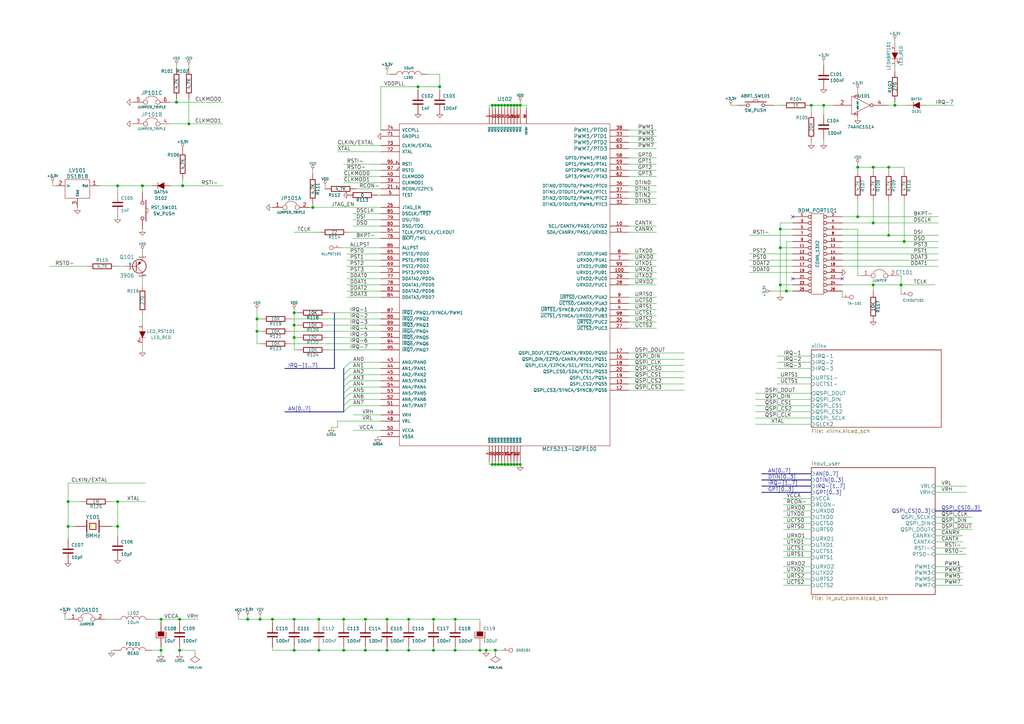
<source format=kicad_sch>
(kicad_sch (version 20210126) (generator eeschema)
  (paper "A3")
  (title_block (title "Dev kit coldfire 5213") (date "Sun 22 Mar 2015") (rev "0"))
  (junction (at 27.94 205.74) (diameter 1.016))
  (junction (at 27.94 215.9) (diameter 1.016))
  (junction (at 48.26 76.2) (diameter 1.016))
  (junction (at 48.26 205.74) (diameter 1.016))
  (junction (at 48.26 215.9) (diameter 1.016))
  (junction (at 58.42 76.2) (diameter 1.016))
  (junction (at 66.04 254) (diameter 1.016))
  (junction (at 66.04 266.7) (diameter 1.016))
  (junction (at 72.39 41.91) (diameter 1.016))
  (junction (at 73.66 254) (diameter 1.016))
  (junction (at 73.66 266.7) (diameter 1.016))
  (junction (at 74.93 76.2) (diameter 1.016))
  (junction (at 77.47 50.8) (diameter 1.016))
  (junction (at 101.6 254) (diameter 1.016))
  (junction (at 105.41 130.81) (diameter 1.016))
  (junction (at 105.41 135.89) (diameter 1.016))
  (junction (at 106.68 254) (diameter 1.016))
  (junction (at 111.76 254) (diameter 1.016))
  (junction (at 120.65 128.27) (diameter 1.016))
  (junction (at 120.65 133.35) (diameter 1.016))
  (junction (at 120.65 138.43) (diameter 1.016))
  (junction (at 120.65 254) (diameter 1.016))
  (junction (at 120.65 266.7) (diameter 1.016))
  (junction (at 128.27 85.09) (diameter 1.016))
  (junction (at 130.81 254) (diameter 1.016))
  (junction (at 130.81 266.7) (diameter 1.016))
  (junction (at 140.97 254) (diameter 1.016))
  (junction (at 140.97 266.7) (diameter 1.016))
  (junction (at 149.86 254) (diameter 1.016))
  (junction (at 149.86 266.7) (diameter 1.016))
  (junction (at 158.75 254) (diameter 1.016))
  (junction (at 158.75 266.7) (diameter 1.016))
  (junction (at 167.64 254) (diameter 1.016))
  (junction (at 167.64 266.7) (diameter 1.016))
  (junction (at 171.45 35.56) (diameter 1.016))
  (junction (at 177.8 254) (diameter 1.016))
  (junction (at 177.8 266.7) (diameter 1.016))
  (junction (at 180.34 35.56) (diameter 1.016))
  (junction (at 186.69 254) (diameter 1.016))
  (junction (at 186.69 266.7) (diameter 1.016))
  (junction (at 196.85 266.7) (diameter 1.016))
  (junction (at 199.39 266.7) (diameter 1.016))
  (junction (at 201.93 43.18) (diameter 1.016))
  (junction (at 201.93 190.5) (diameter 1.016))
  (junction (at 203.2 43.18) (diameter 1.016))
  (junction (at 203.2 190.5) (diameter 1.016))
  (junction (at 203.2 266.7) (diameter 1.016))
  (junction (at 204.47 43.18) (diameter 1.016))
  (junction (at 204.47 190.5) (diameter 1.016))
  (junction (at 205.74 43.18) (diameter 1.016))
  (junction (at 205.74 190.5) (diameter 1.016))
  (junction (at 207.01 43.18) (diameter 1.016))
  (junction (at 207.01 190.5) (diameter 1.016))
  (junction (at 208.28 43.18) (diameter 1.016))
  (junction (at 208.28 190.5) (diameter 1.016))
  (junction (at 209.55 43.18) (diameter 1.016))
  (junction (at 209.55 190.5) (diameter 1.016))
  (junction (at 210.82 43.18) (diameter 1.016))
  (junction (at 210.82 190.5) (diameter 1.016))
  (junction (at 212.09 43.18) (diameter 1.016))
  (junction (at 212.09 190.5) (diameter 1.016))
  (junction (at 213.36 43.18) (diameter 1.016))
  (junction (at 213.36 190.5) (diameter 1.016))
  (junction (at 320.04 93.98) (diameter 1.016))
  (junction (at 320.04 101.6) (diameter 1.016))
  (junction (at 320.04 116.84) (diameter 1.016))
  (junction (at 322.58 119.38) (diameter 1.016))
  (junction (at 332.74 43.18) (diameter 1.016))
  (junction (at 337.82 43.18) (diameter 1.016))
  (junction (at 351.79 68.58) (diameter 1.016))
  (junction (at 351.79 88.9) (diameter 1.016))
  (junction (at 358.14 68.58) (diameter 1.016))
  (junction (at 358.14 91.44) (diameter 1.016))
  (junction (at 358.14 116.84) (diameter 1.016))
  (junction (at 364.49 68.58) (diameter 1.016))
  (junction (at 364.49 96.52) (diameter 1.016))
  (junction (at 367.03 43.18) (diameter 1.016))
  (junction (at 369.57 116.84) (diameter 1.016))
  (junction (at 370.84 99.06) (diameter 1.016))
  (no_connect (at 325.12 88.9))
  (no_connect (at 325.12 114.3))
  (no_connect (at 345.44 114.3))
  (bus_entry (at 140.97 151.13) (size 2.54 -2.54) (stroke (width 0.1524)))
  (bus_entry (at 140.97 153.67) (size 2.54 -2.54) (stroke (width 0.1524)))
  (bus_entry (at 140.97 156.21) (size 2.54 -2.54) (stroke (width 0.1524)))
  (bus_entry (at 140.97 158.75) (size 2.54 -2.54) (stroke (width 0.1524)))
  (bus_entry (at 140.97 161.29) (size 2.54 -2.54) (stroke (width 0.1524)))
  (bus_entry (at 140.97 163.83) (size 2.54 -2.54) (stroke (width 0.1524)))
  (bus_entry (at 140.97 166.37) (size 2.54 -2.54) (stroke (width 0.1524)))
  (bus_entry (at 140.97 168.91) (size 2.54 -2.54) (stroke (width 0.1524)))
  (wire (pts (xy 21.59 74.93) (xy 21.59 76.2)))
  (wire (pts (xy 21.59 76.2) (xy 22.86 76.2)))
  (wire (pts (xy 26.67 254) (xy 26.67 252.73)))
  (wire (pts (xy 27.94 198.12) (xy 27.94 205.74)))
  (wire (pts (xy 27.94 205.74) (xy 27.94 215.9)))
  (wire (pts (xy 27.94 205.74) (xy 33.02 205.74)))
  (wire (pts (xy 27.94 215.9) (xy 27.94 220.98)))
  (wire (pts (xy 27.94 215.9) (xy 30.48 215.9)))
  (wire (pts (xy 27.94 254) (xy 26.67 254)))
  (wire (pts (xy 31.75 85.09) (xy 31.75 86.36)))
  (wire (pts (xy 35.56 109.22) (xy 20.32 109.22)))
  (wire (pts (xy 40.64 76.2) (xy 48.26 76.2)))
  (wire (pts (xy 43.18 254) (xy 46.99 254)))
  (wire (pts (xy 45.72 205.74) (xy 48.26 205.74)))
  (wire (pts (xy 45.72 215.9) (xy 48.26 215.9)))
  (wire (pts (xy 45.72 266.7) (xy 45.72 267.97)))
  (wire (pts (xy 46.99 266.7) (xy 45.72 266.7)))
  (wire (pts (xy 48.26 76.2) (xy 48.26 78.74)))
  (wire (pts (xy 48.26 76.2) (xy 58.42 76.2)))
  (wire (pts (xy 48.26 90.17) (xy 48.26 88.9)))
  (wire (pts (xy 48.26 109.22) (xy 50.8 109.22)))
  (wire (pts (xy 48.26 205.74) (xy 48.26 215.9)))
  (wire (pts (xy 48.26 205.74) (xy 59.69 205.74)))
  (wire (pts (xy 48.26 215.9) (xy 48.26 219.71)))
  (wire (pts (xy 54.61 41.91) (xy 53.34 41.91)))
  (wire (pts (xy 54.61 50.8) (xy 53.34 50.8)))
  (wire (pts (xy 58.42 76.2) (xy 62.23 76.2)))
  (wire (pts (xy 58.42 78.74) (xy 58.42 76.2)))
  (wire (pts (xy 58.42 95.25) (xy 58.42 93.98)))
  (wire (pts (xy 58.42 102.87) (xy 58.42 104.14)))
  (wire (pts (xy 58.42 114.3) (xy 58.42 116.84)))
  (wire (pts (xy 58.42 129.54) (xy 58.42 132.08)))
  (wire (pts (xy 58.42 142.24) (xy 58.42 144.78)))
  (wire (pts (xy 59.69 198.12) (xy 27.94 198.12)))
  (wire (pts (xy 62.23 254) (xy 66.04 254)))
  (wire (pts (xy 62.23 266.7) (xy 66.04 266.7)))
  (wire (pts (xy 66.04 254) (xy 73.66 254)))
  (wire (pts (xy 66.04 255.27) (xy 66.04 254)))
  (wire (pts (xy 66.04 265.43) (xy 66.04 266.7)))
  (wire (pts (xy 66.04 266.7) (xy 66.04 269.24)))
  (wire (pts (xy 69.85 41.91) (xy 72.39 41.91)))
  (wire (pts (xy 69.85 50.8) (xy 77.47 50.8)))
  (wire (pts (xy 69.85 76.2) (xy 74.93 76.2)))
  (wire (pts (xy 72.39 26.67) (xy 72.39 27.94)))
  (wire (pts (xy 72.39 40.64) (xy 72.39 41.91)))
  (wire (pts (xy 72.39 41.91) (xy 91.44 41.91)))
  (wire (pts (xy 73.66 254) (xy 73.66 255.27)))
  (wire (pts (xy 73.66 254) (xy 81.28 254)))
  (wire (pts (xy 73.66 265.43) (xy 73.66 266.7)))
  (wire (pts (xy 73.66 266.7) (xy 73.66 269.24)))
  (wire (pts (xy 74.93 73.66) (xy 74.93 76.2)))
  (wire (pts (xy 74.93 76.2) (xy 91.44 76.2)))
  (wire (pts (xy 77.47 27.94) (xy 77.47 26.67)))
  (wire (pts (xy 77.47 40.64) (xy 77.47 50.8)))
  (wire (pts (xy 77.47 50.8) (xy 91.44 50.8)))
  (wire (pts (xy 80.01 266.7) (xy 73.66 266.7)))
  (wire (pts (xy 80.01 267.97) (xy 80.01 266.7)))
  (wire (pts (xy 97.79 254) (xy 97.79 252.73)))
  (wire (pts (xy 97.79 254) (xy 101.6 254)))
  (wire (pts (xy 101.6 252.73) (xy 101.6 254)))
  (wire (pts (xy 101.6 254) (xy 106.68 254)))
  (wire (pts (xy 105.41 127) (xy 105.41 130.81)))
  (wire (pts (xy 105.41 130.81) (xy 105.41 135.89)))
  (wire (pts (xy 105.41 130.81) (xy 106.68 130.81)))
  (wire (pts (xy 105.41 135.89) (xy 105.41 140.97)))
  (wire (pts (xy 105.41 135.89) (xy 106.68 135.89)))
  (wire (pts (xy 105.41 140.97) (xy 106.68 140.97)))
  (wire (pts (xy 106.68 252.73) (xy 106.68 254)))
  (wire (pts (xy 106.68 254) (xy 111.76 254)))
  (wire (pts (xy 110.49 85.09) (xy 111.76 85.09)))
  (wire (pts (xy 111.76 254) (xy 111.76 255.27)))
  (wire (pts (xy 111.76 254) (xy 120.65 254)))
  (wire (pts (xy 111.76 265.43) (xy 111.76 266.7)))
  (wire (pts (xy 111.76 266.7) (xy 120.65 266.7)))
  (wire (pts (xy 119.38 130.81) (xy 156.21 130.81)))
  (wire (pts (xy 119.38 135.89) (xy 156.21 135.89)))
  (wire (pts (xy 119.38 140.97) (xy 156.21 140.97)))
  (wire (pts (xy 120.65 127) (xy 120.65 128.27)))
  (wire (pts (xy 120.65 128.27) (xy 120.65 133.35)))
  (wire (pts (xy 120.65 128.27) (xy 121.92 128.27)))
  (wire (pts (xy 120.65 133.35) (xy 120.65 138.43)))
  (wire (pts (xy 120.65 133.35) (xy 121.92 133.35)))
  (wire (pts (xy 120.65 138.43) (xy 120.65 143.51)))
  (wire (pts (xy 120.65 138.43) (xy 121.92 138.43)))
  (wire (pts (xy 120.65 143.51) (xy 121.92 143.51)))
  (wire (pts (xy 120.65 254) (xy 120.65 255.27)))
  (wire (pts (xy 120.65 254) (xy 130.81 254)))
  (wire (pts (xy 120.65 265.43) (xy 120.65 266.7)))
  (wire (pts (xy 120.65 266.7) (xy 130.81 266.7)))
  (wire (pts (xy 127 85.09) (xy 128.27 85.09)))
  (wire (pts (xy 128.27 69.85) (xy 128.27 71.12)))
  (wire (pts (xy 128.27 83.82) (xy 128.27 85.09)))
  (wire (pts (xy 128.27 85.09) (xy 156.21 85.09)))
  (wire (pts (xy 130.81 95.25) (xy 120.65 95.25)))
  (wire (pts (xy 130.81 254) (xy 130.81 255.27)))
  (wire (pts (xy 130.81 254) (xy 140.97 254)))
  (wire (pts (xy 130.81 266.7) (xy 130.81 265.43)))
  (wire (pts (xy 130.81 266.7) (xy 140.97 266.7)))
  (wire (pts (xy 133.35 77.47) (xy 133.35 76.2)))
  (wire (pts (xy 134.62 128.27) (xy 156.21 128.27)))
  (wire (pts (xy 134.62 133.35) (xy 156.21 133.35)))
  (wire (pts (xy 134.62 138.43) (xy 156.21 138.43)))
  (wire (pts (xy 134.62 143.51) (xy 156.21 143.51)))
  (wire (pts (xy 135.89 175.26) (xy 138.43 175.26)))
  (wire (pts (xy 135.89 176.53) (xy 135.89 175.26)))
  (wire (pts (xy 138.43 59.69) (xy 156.21 59.69)))
  (wire (pts (xy 138.43 62.23) (xy 156.21 62.23)))
  (wire (pts (xy 138.43 172.72) (xy 156.21 172.72)))
  (wire (pts (xy 138.43 175.26) (xy 138.43 172.72)))
  (wire (pts (xy 140.97 67.31) (xy 156.21 67.31)))
  (wire (pts (xy 140.97 69.85) (xy 156.21 69.85)))
  (wire (pts (xy 140.97 72.39) (xy 156.21 72.39)))
  (wire (pts (xy 140.97 74.93) (xy 156.21 74.93)))
  (wire (pts (xy 140.97 254) (xy 140.97 255.27)))
  (wire (pts (xy 140.97 254) (xy 149.86 254)))
  (wire (pts (xy 140.97 266.7) (xy 140.97 265.43)))
  (wire (pts (xy 140.97 266.7) (xy 149.86 266.7)))
  (wire (pts (xy 144.78 87.63) (xy 156.21 87.63)))
  (wire (pts (xy 144.78 90.17) (xy 156.21 90.17)))
  (wire (pts (xy 144.78 92.71) (xy 156.21 92.71)))
  (wire (pts (xy 144.78 97.79) (xy 156.21 97.79)))
  (wire (pts (xy 144.78 170.18) (xy 156.21 170.18)))
  (wire (pts (xy 149.86 254) (xy 149.86 255.27)))
  (wire (pts (xy 149.86 254) (xy 158.75 254)))
  (wire (pts (xy 149.86 266.7) (xy 149.86 265.43)))
  (wire (pts (xy 149.86 266.7) (xy 158.75 266.7)))
  (wire (pts (xy 154.94 179.07) (xy 154.94 180.34)))
  (wire (pts (xy 156.21 35.56) (xy 156.21 53.34)))
  (wire (pts (xy 156.21 35.56) (xy 171.45 35.56)))
  (wire (pts (xy 156.21 77.47) (xy 146.05 77.47)))
  (wire (pts (xy 156.21 80.01) (xy 154.94 80.01)))
  (wire (pts (xy 156.21 95.25) (xy 143.51 95.25)))
  (wire (pts (xy 156.21 101.6) (xy 139.7 101.6)))
  (wire (pts (xy 156.21 104.14) (xy 142.24 104.14)))
  (wire (pts (xy 156.21 106.68) (xy 142.24 106.68)))
  (wire (pts (xy 156.21 109.22) (xy 142.24 109.22)))
  (wire (pts (xy 156.21 111.76) (xy 142.24 111.76)))
  (wire (pts (xy 156.21 114.3) (xy 142.24 114.3)))
  (wire (pts (xy 156.21 116.84) (xy 142.24 116.84)))
  (wire (pts (xy 156.21 119.38) (xy 142.24 119.38)))
  (wire (pts (xy 156.21 121.92) (xy 142.24 121.92)))
  (wire (pts (xy 156.21 148.59) (xy 143.51 148.59)))
  (wire (pts (xy 156.21 151.13) (xy 143.51 151.13)))
  (wire (pts (xy 156.21 153.67) (xy 143.51 153.67)))
  (wire (pts (xy 156.21 156.21) (xy 143.51 156.21)))
  (wire (pts (xy 156.21 158.75) (xy 143.51 158.75)))
  (wire (pts (xy 156.21 161.29) (xy 143.51 161.29)))
  (wire (pts (xy 156.21 163.83) (xy 143.51 163.83)))
  (wire (pts (xy 156.21 166.37) (xy 143.51 166.37)))
  (wire (pts (xy 156.21 176.53) (xy 144.78 176.53)))
  (wire (pts (xy 156.21 179.07) (xy 154.94 179.07)))
  (wire (pts (xy 158.75 30.48) (xy 158.75 29.21)))
  (wire (pts (xy 158.75 254) (xy 158.75 255.27)))
  (wire (pts (xy 158.75 254) (xy 167.64 254)))
  (wire (pts (xy 158.75 266.7) (xy 158.75 265.43)))
  (wire (pts (xy 158.75 266.7) (xy 167.64 266.7)))
  (wire (pts (xy 160.02 30.48) (xy 158.75 30.48)))
  (wire (pts (xy 167.64 254) (xy 167.64 255.27)))
  (wire (pts (xy 167.64 254) (xy 177.8 254)))
  (wire (pts (xy 167.64 266.7) (xy 167.64 265.43)))
  (wire (pts (xy 167.64 266.7) (xy 177.8 266.7)))
  (wire (pts (xy 171.45 35.56) (xy 180.34 35.56)))
  (wire (pts (xy 171.45 36.83) (xy 171.45 35.56)))
  (wire (pts (xy 175.26 30.48) (xy 180.34 30.48)))
  (wire (pts (xy 177.8 254) (xy 177.8 255.27)))
  (wire (pts (xy 177.8 254) (xy 186.69 254)))
  (wire (pts (xy 177.8 266.7) (xy 177.8 265.43)))
  (wire (pts (xy 177.8 266.7) (xy 186.69 266.7)))
  (wire (pts (xy 180.34 30.48) (xy 180.34 35.56)))
  (wire (pts (xy 180.34 35.56) (xy 180.34 36.83)))
  (wire (pts (xy 186.69 254) (xy 196.85 254)))
  (wire (pts (xy 186.69 255.27) (xy 186.69 254)))
  (wire (pts (xy 186.69 266.7) (xy 186.69 265.43)))
  (wire (pts (xy 186.69 266.7) (xy 196.85 266.7)))
  (wire (pts (xy 196.85 254) (xy 196.85 255.27)))
  (wire (pts (xy 196.85 266.7) (xy 196.85 265.43)))
  (wire (pts (xy 196.85 266.7) (xy 199.39 266.7)))
  (wire (pts (xy 199.39 266.7) (xy 199.39 267.97)))
  (wire (pts (xy 199.39 266.7) (xy 203.2 266.7)))
  (wire (pts (xy 200.66 43.18) (xy 201.93 43.18)))
  (wire (pts (xy 200.66 44.45) (xy 200.66 43.18)))
  (wire (pts (xy 200.66 190.5) (xy 200.66 189.23)))
  (wire (pts (xy 200.66 190.5) (xy 201.93 190.5)))
  (wire (pts (xy 201.93 43.18) (xy 203.2 43.18)))
  (wire (pts (xy 201.93 44.45) (xy 201.93 43.18)))
  (wire (pts (xy 201.93 190.5) (xy 201.93 189.23)))
  (wire (pts (xy 201.93 190.5) (xy 203.2 190.5)))
  (wire (pts (xy 203.2 43.18) (xy 203.2 44.45)))
  (wire (pts (xy 203.2 43.18) (xy 204.47 43.18)))
  (wire (pts (xy 203.2 190.5) (xy 203.2 189.23)))
  (wire (pts (xy 203.2 190.5) (xy 204.47 190.5)))
  (wire (pts (xy 203.2 266.7) (xy 205.74 266.7)))
  (wire (pts (xy 203.2 267.97) (xy 203.2 266.7)))
  (wire (pts (xy 204.47 43.18) (xy 204.47 44.45)))
  (wire (pts (xy 204.47 43.18) (xy 205.74 43.18)))
  (wire (pts (xy 204.47 190.5) (xy 204.47 189.23)))
  (wire (pts (xy 204.47 190.5) (xy 205.74 190.5)))
  (wire (pts (xy 205.74 43.18) (xy 205.74 44.45)))
  (wire (pts (xy 205.74 43.18) (xy 207.01 43.18)))
  (wire (pts (xy 205.74 190.5) (xy 205.74 189.23)))
  (wire (pts (xy 205.74 190.5) (xy 207.01 190.5)))
  (wire (pts (xy 207.01 43.18) (xy 207.01 44.45)))
  (wire (pts (xy 207.01 43.18) (xy 208.28 43.18)))
  (wire (pts (xy 207.01 190.5) (xy 207.01 189.23)))
  (wire (pts (xy 207.01 190.5) (xy 208.28 190.5)))
  (wire (pts (xy 208.28 43.18) (xy 208.28 44.45)))
  (wire (pts (xy 208.28 43.18) (xy 209.55 43.18)))
  (wire (pts (xy 208.28 190.5) (xy 208.28 189.23)))
  (wire (pts (xy 208.28 190.5) (xy 209.55 190.5)))
  (wire (pts (xy 209.55 43.18) (xy 209.55 44.45)))
  (wire (pts (xy 209.55 43.18) (xy 210.82 43.18)))
  (wire (pts (xy 209.55 190.5) (xy 209.55 189.23)))
  (wire (pts (xy 209.55 190.5) (xy 210.82 190.5)))
  (wire (pts (xy 210.82 43.18) (xy 210.82 44.45)))
  (wire (pts (xy 210.82 43.18) (xy 212.09 43.18)))
  (wire (pts (xy 210.82 190.5) (xy 210.82 189.23)))
  (wire (pts (xy 210.82 190.5) (xy 212.09 190.5)))
  (wire (pts (xy 212.09 43.18) (xy 212.09 44.45)))
  (wire (pts (xy 212.09 43.18) (xy 213.36 43.18)))
  (wire (pts (xy 212.09 190.5) (xy 212.09 189.23)))
  (wire (pts (xy 212.09 190.5) (xy 213.36 190.5)))
  (wire (pts (xy 213.36 41.91) (xy 213.36 43.18)))
  (wire (pts (xy 213.36 43.18) (xy 213.36 44.45)))
  (wire (pts (xy 213.36 43.18) (xy 215.9 43.18)))
  (wire (pts (xy 213.36 189.23) (xy 213.36 190.5)))
  (wire (pts (xy 213.36 190.5) (xy 213.36 191.77)))
  (wire (pts (xy 215.9 43.18) (xy 215.9 44.45)))
  (wire (pts (xy 257.81 144.78) (xy 280.67 144.78)))
  (wire (pts (xy 257.81 147.32) (xy 280.67 147.32)))
  (wire (pts (xy 257.81 149.86) (xy 280.67 149.86)))
  (wire (pts (xy 257.81 152.4) (xy 280.67 152.4)))
  (wire (pts (xy 257.81 154.94) (xy 280.67 154.94)))
  (wire (pts (xy 257.81 157.48) (xy 280.67 157.48)))
  (wire (pts (xy 257.81 160.02) (xy 280.67 160.02)))
  (wire (pts (xy 269.24 53.34) (xy 257.81 53.34)))
  (wire (pts (xy 269.24 55.88) (xy 257.81 55.88)))
  (wire (pts (xy 269.24 58.42) (xy 257.81 58.42)))
  (wire (pts (xy 269.24 60.96) (xy 257.81 60.96)))
  (wire (pts (xy 269.24 64.77) (xy 257.81 64.77)))
  (wire (pts (xy 269.24 67.31) (xy 257.81 67.31)))
  (wire (pts (xy 269.24 69.85) (xy 257.81 69.85)))
  (wire (pts (xy 269.24 72.39) (xy 257.81 72.39)))
  (wire (pts (xy 269.24 76.2) (xy 257.81 76.2)))
  (wire (pts (xy 269.24 78.74) (xy 257.81 78.74)))
  (wire (pts (xy 269.24 81.28) (xy 257.81 81.28)))
  (wire (pts (xy 269.24 83.82) (xy 257.81 83.82)))
  (wire (pts (xy 269.24 92.71) (xy 257.81 92.71)))
  (wire (pts (xy 269.24 95.25) (xy 257.81 95.25)))
  (wire (pts (xy 269.24 104.14) (xy 257.81 104.14)))
  (wire (pts (xy 269.24 106.68) (xy 257.81 106.68)))
  (wire (pts (xy 269.24 109.22) (xy 257.81 109.22)))
  (wire (pts (xy 269.24 111.76) (xy 257.81 111.76)))
  (wire (pts (xy 269.24 114.3) (xy 257.81 114.3)))
  (wire (pts (xy 269.24 116.84) (xy 257.81 116.84)))
  (wire (pts (xy 269.24 121.92) (xy 257.81 121.92)))
  (wire (pts (xy 269.24 124.46) (xy 257.81 124.46)))
  (wire (pts (xy 269.24 127) (xy 257.81 127)))
  (wire (pts (xy 269.24 129.54) (xy 257.81 129.54)))
  (wire (pts (xy 269.24 132.08) (xy 257.81 132.08)))
  (wire (pts (xy 269.24 134.62) (xy 257.81 134.62)))
  (wire (pts (xy 299.72 43.18) (xy 302.26 43.18)))
  (wire (pts (xy 307.34 96.52) (xy 325.12 96.52)))
  (wire (pts (xy 309.88 173.99) (xy 332.74 173.99)))
  (wire (pts (xy 316.23 119.38) (xy 322.58 119.38)))
  (wire (pts (xy 317.5 43.18) (xy 320.04 43.18)))
  (wire (pts (xy 318.77 146.05) (xy 332.74 146.05)))
  (wire (pts (xy 318.77 148.59) (xy 332.74 148.59)))
  (wire (pts (xy 318.77 151.13) (xy 332.74 151.13)))
  (wire (pts (xy 318.77 154.94) (xy 332.74 154.94)))
  (wire (pts (xy 318.77 157.48) (xy 332.74 157.48)))
  (wire (pts (xy 320.04 91.44) (xy 320.04 93.98)))
  (wire (pts (xy 320.04 91.44) (xy 325.12 91.44)))
  (wire (pts (xy 320.04 93.98) (xy 320.04 101.6)))
  (wire (pts (xy 320.04 101.6) (xy 320.04 116.84)))
  (wire (pts (xy 320.04 101.6) (xy 325.12 101.6)))
  (wire (pts (xy 320.04 116.84) (xy 320.04 121.92)))
  (wire (pts (xy 320.04 116.84) (xy 325.12 116.84)))
  (wire (pts (xy 321.31 204.47) (xy 332.74 204.47)))
  (wire (pts (xy 321.31 207.01) (xy 332.74 207.01)))
  (wire (pts (xy 322.58 99.06) (xy 322.58 119.38)))
  (wire (pts (xy 322.58 119.38) (xy 325.12 119.38)))
  (wire (pts (xy 325.12 93.98) (xy 320.04 93.98)))
  (wire (pts (xy 325.12 99.06) (xy 322.58 99.06)))
  (wire (pts (xy 325.12 104.14) (xy 307.34 104.14)))
  (wire (pts (xy 325.12 106.68) (xy 307.34 106.68)))
  (wire (pts (xy 325.12 109.22) (xy 307.34 109.22)))
  (wire (pts (xy 325.12 111.76) (xy 307.34 111.76)))
  (wire (pts (xy 332.74 43.18) (xy 332.74 45.72)))
  (wire (pts (xy 332.74 43.18) (xy 337.82 43.18)))
  (wire (pts (xy 332.74 59.69) (xy 332.74 58.42)))
  (wire (pts (xy 332.74 161.29) (xy 309.88 161.29)))
  (wire (pts (xy 332.74 163.83) (xy 309.88 163.83)))
  (wire (pts (xy 332.74 166.37) (xy 309.88 166.37)))
  (wire (pts (xy 332.74 168.91) (xy 309.88 168.91)))
  (wire (pts (xy 332.74 171.45) (xy 309.88 171.45)))
  (wire (pts (xy 332.74 209.55) (xy 321.31 209.55)))
  (wire (pts (xy 332.74 212.09) (xy 321.31 212.09)))
  (wire (pts (xy 332.74 214.63) (xy 321.31 214.63)))
  (wire (pts (xy 332.74 217.17) (xy 321.31 217.17)))
  (wire (pts (xy 332.74 220.98) (xy 321.31 220.98)))
  (wire (pts (xy 332.74 223.52) (xy 321.31 223.52)))
  (wire (pts (xy 332.74 226.06) (xy 321.31 226.06)))
  (wire (pts (xy 332.74 228.6) (xy 321.31 228.6)))
  (wire (pts (xy 332.74 232.41) (xy 321.31 232.41)))
  (wire (pts (xy 332.74 234.95) (xy 321.31 234.95)))
  (wire (pts (xy 332.74 237.49) (xy 321.31 237.49)))
  (wire (pts (xy 332.74 240.03) (xy 321.31 240.03)))
  (wire (pts (xy 337.82 25.4) (xy 337.82 26.67)))
  (wire (pts (xy 337.82 43.18) (xy 341.63 43.18)))
  (wire (pts (xy 337.82 46.99) (xy 337.82 43.18)))
  (wire (pts (xy 337.82 59.69) (xy 337.82 57.15)))
  (wire (pts (xy 345.44 88.9) (xy 351.79 88.9)))
  (wire (pts (xy 345.44 91.44) (xy 358.14 91.44)))
  (wire (pts (xy 345.44 93.98) (xy 351.79 93.98)))
  (wire (pts (xy 345.44 96.52) (xy 364.49 96.52)))
  (wire (pts (xy 345.44 99.06) (xy 370.84 99.06)))
  (wire (pts (xy 345.44 116.84) (xy 358.14 116.84)))
  (wire (pts (xy 345.44 119.38) (xy 345.44 121.92)))
  (wire (pts (xy 351.79 36.83) (xy 351.79 38.1)))
  (wire (pts (xy 351.79 49.53) (xy 351.79 48.26)))
  (wire (pts (xy 351.79 67.31) (xy 351.79 68.58)))
  (wire (pts (xy 351.79 68.58) (xy 351.79 69.85)))
  (wire (pts (xy 351.79 68.58) (xy 358.14 68.58)))
  (wire (pts (xy 351.79 82.55) (xy 351.79 88.9)))
  (wire (pts (xy 351.79 88.9) (xy 384.81 88.9)))
  (wire (pts (xy 351.79 93.98) (xy 351.79 113.03)))
  (wire (pts (xy 353.06 113.03) (xy 351.79 113.03)))
  (wire (pts (xy 358.14 68.58) (xy 358.14 69.85)))
  (wire (pts (xy 358.14 68.58) (xy 364.49 68.58)))
  (wire (pts (xy 358.14 82.55) (xy 358.14 91.44)))
  (wire (pts (xy 358.14 91.44) (xy 384.81 91.44)))
  (wire (pts (xy 358.14 116.84) (xy 358.14 119.38)))
  (wire (pts (xy 358.14 116.84) (xy 369.57 116.84)))
  (wire (pts (xy 364.49 43.18) (xy 367.03 43.18)))
  (wire (pts (xy 364.49 68.58) (xy 364.49 69.85)))
  (wire (pts (xy 364.49 68.58) (xy 370.84 68.58)))
  (wire (pts (xy 364.49 82.55) (xy 364.49 96.52)))
  (wire (pts (xy 364.49 96.52) (xy 384.81 96.52)))
  (wire (pts (xy 367.03 16.51) (xy 367.03 17.78)))
  (wire (pts (xy 367.03 29.21) (xy 367.03 27.94)))
  (wire (pts (xy 367.03 41.91) (xy 367.03 43.18)))
  (wire (pts (xy 367.03 43.18) (xy 372.11 43.18)))
  (wire (pts (xy 369.57 113.03) (xy 368.3 113.03)))
  (wire (pts (xy 369.57 113.03) (xy 369.57 116.84)))
  (wire (pts (xy 369.57 116.84) (xy 369.57 120.65)))
  (wire (pts (xy 369.57 116.84) (xy 383.54 116.84)))
  (wire (pts (xy 370.84 68.58) (xy 370.84 69.85)))
  (wire (pts (xy 370.84 82.55) (xy 370.84 99.06)))
  (wire (pts (xy 370.84 99.06) (xy 384.81 99.06)))
  (wire (pts (xy 383.54 212.09) (xy 398.78 212.09)))
  (wire (pts (xy 383.54 214.63) (xy 398.78 214.63)))
  (wire (pts (xy 383.54 217.17) (xy 398.78 217.17)))
  (wire (pts (xy 383.54 224.79) (xy 396.24 224.79)))
  (wire (pts (xy 383.54 227.33) (xy 396.24 227.33)))
  (wire (pts (xy 384.81 101.6) (xy 345.44 101.6)))
  (wire (pts (xy 384.81 104.14) (xy 345.44 104.14)))
  (wire (pts (xy 384.81 106.68) (xy 345.44 106.68)))
  (wire (pts (xy 384.81 109.22) (xy 345.44 109.22)))
  (wire (pts (xy 391.16 43.18) (xy 379.73 43.18)))
  (wire (pts (xy 394.97 219.71) (xy 383.54 219.71)))
  (wire (pts (xy 394.97 222.25) (xy 383.54 222.25)))
  (wire (pts (xy 394.97 232.41) (xy 383.54 232.41)))
  (wire (pts (xy 394.97 234.95) (xy 383.54 234.95)))
  (wire (pts (xy 394.97 237.49) (xy 383.54 237.49)))
  (wire (pts (xy 394.97 240.03) (xy 383.54 240.03)))
  (wire (pts (xy 396.24 199.39) (xy 383.54 199.39)))
  (wire (pts (xy 396.24 201.93) (xy 383.54 201.93)))
  (bus (pts (xy 137.16 128.27) (xy 137.16 151.13)))
  (bus (pts (xy 137.16 151.13) (xy 116.84 151.13)))
  (bus (pts (xy 140.97 151.13) (xy 140.97 153.67)))
  (bus (pts (xy 140.97 153.67) (xy 140.97 156.21)))
  (bus (pts (xy 140.97 156.21) (xy 140.97 158.75)))
  (bus (pts (xy 140.97 158.75) (xy 140.97 161.29)))
  (bus (pts (xy 140.97 161.29) (xy 140.97 163.83)))
  (bus (pts (xy 140.97 163.83) (xy 140.97 166.37)))
  (bus (pts (xy 140.97 166.37) (xy 140.97 168.91)))
  (bus (pts (xy 140.97 168.91) (xy 116.84 168.91)))
  (bus (pts (xy 312.42 194.31) (xy 332.74 194.31)))
  (bus (pts (xy 312.42 196.85) (xy 332.74 196.85)))
  (bus (pts (xy 312.42 199.39) (xy 332.74 199.39)))
  (bus (pts (xy 312.42 201.93) (xy 332.74 201.93)))
  (bus (pts (xy 402.59 209.55) (xy 383.54 209.55)))
  (label "CLKIN/EXTAL" (at 29.21 198.12 0) (effects (font (size 1.524 1.524))))
  (label "RSTO-" (at 30.48 109.22 180) (effects (font (size 1.524 1.524))))
  (label "XTAL" (at 52.07 205.74 0) (effects (font (size 1.524 1.524))))
  (label "VCCA" (at 67.31 254 0) (effects (font (size 1.524 1.524))))
  (label "CLKMOD0" (at 80.01 41.91 0) (effects (font (size 1.524 1.524))))
  (label "CLKMOD1" (at 80.01 50.8 0) (effects (font (size 1.524 1.524))))
  (label "VRH" (at 81.28 254 180) (effects (font (size 1.524 1.524))))
  (label "RSTI-" (at 82.55 76.2 0) (effects (font (size 1.524 1.524))))
  (label "IRQ-[1..7]" (at 118.11 151.13 0) (effects (font (size 1.524 1.524))))
  (label "AN[0..7]" (at 118.11 168.91 0) (effects (font (size 1.524 1.524))))
  (label "TCLK" (at 121.92 95.25 0) (effects (font (size 1.524 1.524))))
  (label "JTAG_EN" (at 135.89 85.09 0) (effects (font (size 1.524 1.524))))
  (label "CLKIN/EXTAL" (at 138.43 59.69 0) (effects (font (size 1.524 1.524))))
  (label "XTAL" (at 138.43 62.23 0) (effects (font (size 1.524 1.524))))
  (label "CLKMOD0" (at 140.97 72.39 0) (effects (font (size 1.524 1.524))))
  (label "CLKMOD1" (at 140.97 74.93 0) (effects (font (size 1.524 1.524))))
  (label "RSTI-" (at 142.24 67.31 0) (effects (font (size 1.524 1.524))))
  (label "RSTO-" (at 142.24 69.85 0) (effects (font (size 1.524 1.524))))
  (label "ALLPST" (at 143.51 101.6 0) (effects (font (size 1.524 1.524))))
  (label "PST0" (at 143.51 104.14 0) (effects (font (size 1.524 1.524))))
  (label "PST1" (at 143.51 106.68 0) (effects (font (size 1.524 1.524))))
  (label "PST2" (at 143.51 109.22 0) (effects (font (size 1.524 1.524))))
  (label "PST3" (at 143.51 111.76 0) (effects (font (size 1.524 1.524))))
  (label "DDAT0" (at 143.51 114.3 0) (effects (font (size 1.524 1.524))))
  (label "DDAT1" (at 143.51 116.84 0) (effects (font (size 1.524 1.524))))
  (label "DDAT2" (at 143.51 119.38 0) (effects (font (size 1.524 1.524))))
  (label "DDAT3" (at 143.51 121.92 0) (effects (font (size 1.524 1.524))))
  (label "IRQ-1" (at 143.51 128.27 0) (effects (font (size 1.524 1.524))))
  (label "IRQ-2" (at 143.51 130.81 0) (effects (font (size 1.524 1.524))))
  (label "IRQ-3" (at 143.51 133.35 0) (effects (font (size 1.524 1.524))))
  (label "IRQ-4" (at 143.51 135.89 0) (effects (font (size 1.524 1.524))))
  (label "IRQ-5" (at 143.51 138.43 0) (effects (font (size 1.524 1.524))))
  (label "IRQ-6" (at 143.51 140.97 0) (effects (font (size 1.524 1.524))))
  (label "IRQ-7" (at 143.51 143.51 0) (effects (font (size 1.524 1.524))))
  (label "AN0" (at 144.78 148.59 0) (effects (font (size 1.524 1.524))))
  (label "AN1" (at 144.78 151.13 0) (effects (font (size 1.524 1.524))))
  (label "AN2" (at 144.78 153.67 0) (effects (font (size 1.524 1.524))))
  (label "AN3" (at 144.78 156.21 0) (effects (font (size 1.524 1.524))))
  (label "AN4" (at 144.78 158.75 0) (effects (font (size 1.524 1.524))))
  (label "AN5" (at 144.78 161.29 0) (effects (font (size 1.524 1.524))))
  (label "AN6" (at 144.78 163.83 0) (effects (font (size 1.524 1.524))))
  (label "AN7" (at 144.78 166.37 0) (effects (font (size 1.524 1.524))))
  (label "DSCLK" (at 146.05 87.63 0) (effects (font (size 1.524 1.524))))
  (label "DSI" (at 146.05 90.17 0) (effects (font (size 1.524 1.524))))
  (label "DSO" (at 146.05 92.71 0) (effects (font (size 1.524 1.524))))
  (label "BKPT-" (at 146.05 97.79 0) (effects (font (size 1.524 1.524))))
  (label "RCON-" (at 147.32 77.47 0) (effects (font (size 1.524 1.524))))
  (label "VCCA" (at 147.32 176.53 0) (effects (font (size 1.524 1.524))))
  (label "VRH" (at 148.59 170.18 0) (effects (font (size 1.524 1.524))))
  (label "VRL" (at 148.59 172.72 0) (effects (font (size 1.524 1.524))))
  (label "VDDPLL" (at 157.48 35.56 0) (effects (font (size 1.524 1.524))))
  (label "DTIN0" (at 260.35 76.2 0) (effects (font (size 1.524 1.524))))
  (label "DTIN1" (at 260.35 78.74 0) (effects (font (size 1.524 1.524))))
  (label "DTIN2" (at 260.35 81.28 0) (effects (font (size 1.524 1.524))))
  (label "DTIN3" (at 260.35 83.82 0) (effects (font (size 1.524 1.524))))
  (label "CANTX" (at 260.35 92.71 0) (effects (font (size 1.524 1.524))))
  (label "CANRX" (at 260.35 95.25 0) (effects (font (size 1.524 1.524))))
  (label "UTXD0" (at 260.35 104.14 0) (effects (font (size 1.524 1.524))))
  (label "URXD0" (at 260.35 106.68 0) (effects (font (size 1.524 1.524))))
  (label "UTXD1" (at 260.35 109.22 0) (effects (font (size 1.524 1.524))))
  (label "URXD1" (at 260.35 111.76 0) (effects (font (size 1.524 1.524))))
  (label "UTXD2" (at 260.35 114.3 0) (effects (font (size 1.524 1.524))))
  (label "URXD2" (at 260.35 116.84 0) (effects (font (size 1.524 1.524))))
  (label "URTS0" (at 260.35 121.92 0) (effects (font (size 1.524 1.524))))
  (label "UCTS0" (at 260.35 124.46 0) (effects (font (size 1.524 1.524))))
  (label "URTS1" (at 260.35 127 0) (effects (font (size 1.524 1.524))))
  (label "UCTS1" (at 260.35 129.54 0) (effects (font (size 1.524 1.524))))
  (label "URTS2" (at 260.35 132.08 0) (effects (font (size 1.524 1.524))))
  (label "UCTS2" (at 260.35 134.62 0) (effects (font (size 1.524 1.524))))
  (label "DSPI_DOUT" (at 260.35 144.78 0) (effects (font (size 1.524 1.524))))
  (label "QSPI_DIN" (at 260.35 147.32 0) (effects (font (size 1.524 1.524))))
  (label "QSPI_CLK" (at 260.35 149.86 0) (effects (font (size 1.524 1.524))))
  (label "QSPI_CS0" (at 260.35 152.4 0) (effects (font (size 1.524 1.524))))
  (label "QSPI_CS1" (at 260.35 154.94 0) (effects (font (size 1.524 1.524))))
  (label "QSPI_CS2" (at 260.35 157.48 0) (effects (font (size 1.524 1.524))))
  (label "QSPI_CS3" (at 260.35 160.02 0) (effects (font (size 1.524 1.524))))
  (label "PWM1" (at 261.62 53.34 0) (effects (font (size 1.524 1.524))))
  (label "PWM3" (at 261.62 55.88 0) (effects (font (size 1.524 1.524))))
  (label "PWM5" (at 261.62 58.42 0) (effects (font (size 1.524 1.524))))
  (label "PWM7" (at 261.62 60.96 0) (effects (font (size 1.524 1.524))))
  (label "GPT0" (at 261.62 64.77 0) (effects (font (size 1.524 1.524))))
  (label "GPT1" (at 261.62 67.31 0) (effects (font (size 1.524 1.524))))
  (label "GPT2" (at 261.62 69.85 0) (effects (font (size 1.524 1.524))))
  (label "GPT3" (at 261.62 72.39 0) (effects (font (size 1.524 1.524))))
  (label "RSTI-" (at 308.61 96.52 0) (effects (font (size 1.524 1.524))))
  (label "PST2" (at 308.61 104.14 0) (effects (font (size 1.524 1.524))))
  (label "PST0" (at 308.61 106.68 0) (effects (font (size 1.524 1.524))))
  (label "DDAT2" (at 308.61 109.22 0) (effects (font (size 1.524 1.524))))
  (label "DDAT0" (at 308.61 111.76 0) (effects (font (size 1.524 1.524))))
  (label "DSPI_DOUT" (at 313.69 161.29 0) (effects (font (size 1.524 1.524))))
  (label "QSPI_DIN" (at 313.69 163.83 0) (effects (font (size 1.524 1.524))))
  (label "QSPI_CS1" (at 313.69 166.37 0) (effects (font (size 1.524 1.524))))
  (label "QSPI_CS2" (at 313.69 168.91 0) (effects (font (size 1.524 1.524))))
  (label "QSPI_CLK" (at 313.69 171.45 0) (effects (font (size 1.524 1.524))))
  (label "AN[0..7]" (at 314.96 194.31 0) (effects (font (size 1.524 1.524))))
  (label "DTIN[0..3]" (at 314.96 196.85 0) (effects (font (size 1.524 1.524))))
  (label "IRQ-[1..7]" (at 314.96 199.39 0) (effects (font (size 1.524 1.524))))
  (label "GPT[0..3]" (at 314.96 201.93 0) (effects (font (size 1.524 1.524))))
  (label "XTAL" (at 316.23 173.99 0) (effects (font (size 1.524 1.524))))
  (label "URTS1" (at 320.04 154.94 0) (effects (font (size 1.524 1.524))))
  (label "UCTS1" (at 320.04 157.48 0) (effects (font (size 1.524 1.524))))
  (label "IRQ-1" (at 321.31 146.05 0) (effects (font (size 1.524 1.524))))
  (label "IRQ-2" (at 321.31 148.59 0) (effects (font (size 1.524 1.524))))
  (label "IRQ-3" (at 321.31 151.13 0) (effects (font (size 1.524 1.524))))
  (label "VCCA" (at 322.58 204.47 0) (effects (font (size 1.524 1.524))))
  (label "RCON-" (at 322.58 207.01 0) (effects (font (size 1.524 1.524))))
  (label "URXD0" (at 322.58 209.55 0) (effects (font (size 1.524 1.524))))
  (label "UTXD0" (at 322.58 212.09 0) (effects (font (size 1.524 1.524))))
  (label "UCTS0" (at 322.58 214.63 0) (effects (font (size 1.524 1.524))))
  (label "URTS0" (at 322.58 217.17 0) (effects (font (size 1.524 1.524))))
  (label "URXD1" (at 322.58 220.98 0) (effects (font (size 1.524 1.524))))
  (label "UTXD1" (at 322.58 223.52 0) (effects (font (size 1.524 1.524))))
  (label "UCTS1" (at 322.58 226.06 0) (effects (font (size 1.524 1.524))))
  (label "URTS1" (at 322.58 228.6 0) (effects (font (size 1.524 1.524))))
  (label "URXD2" (at 322.58 232.41 0) (effects (font (size 1.524 1.524))))
  (label "UTXD2" (at 322.58 234.95 0) (effects (font (size 1.524 1.524))))
  (label "URTS2" (at 322.58 237.49 0) (effects (font (size 1.524 1.524))))
  (label "UCTS2" (at 322.58 240.03 0) (effects (font (size 1.524 1.524))))
  (label "DDAT3" (at 373.38 106.68 0) (effects (font (size 1.524 1.524))))
  (label "DDAT1" (at 373.38 109.22 0) (effects (font (size 1.524 1.524))))
  (label "BKPT-" (at 374.65 88.9 0) (effects (font (size 1.524 1.524))))
  (label "DSCLK" (at 374.65 91.44 0) (effects (font (size 1.524 1.524))))
  (label "DSI" (at 374.65 96.52 0) (effects (font (size 1.524 1.524))))
  (label "DSO" (at 374.65 99.06 0) (effects (font (size 1.524 1.524))))
  (label "PST3" (at 374.65 101.6 0) (effects (font (size 1.524 1.524))))
  (label "PST1" (at 374.65 104.14 0) (effects (font (size 1.524 1.524))))
  (label "TCLK" (at 374.65 116.84 0) (effects (font (size 1.524 1.524))))
  (label "VRL" (at 386.08 199.39 0) (effects (font (size 1.524 1.524))))
  (label "VRH" (at 386.08 201.93 0) (effects (font (size 1.524 1.524))))
  (label "QSPI_CS[0..3]" (at 386.08 209.55 0) (effects (font (size 1.524 1.524))))
  (label "QSPI_CLK" (at 386.08 212.09 0) (effects (font (size 1.524 1.524))))
  (label "QSPI_DIN" (at 386.08 214.63 0) (effects (font (size 1.524 1.524))))
  (label "DSPI_DOUT" (at 386.08 217.17 0) (effects (font (size 1.524 1.524))))
  (label "CANRX" (at 386.08 219.71 0) (effects (font (size 1.524 1.524))))
  (label "CANTX" (at 386.08 222.25 0) (effects (font (size 1.524 1.524))))
  (label "RSTI-" (at 387.35 224.79 0) (effects (font (size 1.524 1.524))))
  (label "RSTO-" (at 387.35 227.33 0) (effects (font (size 1.524 1.524))))
  (label "PWM1" (at 387.35 232.41 0) (effects (font (size 1.524 1.524))))
  (label "PWM3" (at 387.35 234.95 0) (effects (font (size 1.524 1.524))))
  (label "PWM5" (at 387.35 237.49 0) (effects (font (size 1.524 1.524))))
  (label "PWM7" (at 387.35 240.03 0) (effects (font (size 1.524 1.524))))
  (label "IRQ-7" (at 391.16 43.18 180) (effects (font (size 1.524 1.524))))
  (symbol (lib_id "kit-coldfire_schlib:VCC") (at 97.79 252.73 0) (unit 1)
    (property "Reference" "#PWR0142" (effects hide))
    (property "Value" "VCC" (at 97.79 250.19 0) (effects (font (size 1.016 1.016))))
  )
  (symbol (lib_id "kit-coldfire_schlib:+3.3V") (at 21.59 74.93 0) (unit 1)
    (property "Reference" "#PWR0121" (effects hide))
    (property "Value" "+3.3V" (at 21.59 72.136 0) (effects (font (size 1.016 1.016))))
  )
  (symbol (lib_id "kit-coldfire_schlib:+3.3V") (at 26.67 252.73 0) (unit 1)
    (property "Reference" "#PWR0141" (effects hide))
    (property "Value" "+3.3V" (at 26.67 249.936 0) (effects (font (size 1.016 1.016))))
  )
  (symbol (lib_id "kit-coldfire_schlib:+3.3V") (at 74.93 60.96 0) (unit 1)
    (property "Reference" "#PWR0118" (effects hide))
    (property "Value" "+3.3V" (at 74.93 58.166 0) (effects (font (size 1.016 1.016))))
  )
  (symbol (lib_id "kit-coldfire_schlib:+3.3V") (at 101.6 252.73 0) (unit 1)
    (property "Reference" "#PWR0143" (effects hide))
    (property "Value" "+3.3V" (at 101.6 249.936 0) (effects (font (size 1.016 1.016))))
  )
  (symbol (lib_id "kit-coldfire_schlib:+3.3V") (at 158.75 29.21 0) (unit 1)
    (property "Reference" "#PWR0105" (effects hide))
    (property "Value" "+3.3V" (at 158.75 26.416 0) (effects (font (size 1.016 1.016))))
  )
  (symbol (lib_id "kit-coldfire_schlib:+3.3V") (at 299.72 43.18 0) (mirror y) (unit 1)
    (property "Reference" "#PWR0110" (effects hide))
    (property "Value" "+3.3V" (at 299.72 40.386 0) (effects (font (size 1.016 1.016))))
  )
  (symbol (lib_id "kit-coldfire_schlib:+3.3V") (at 316.23 119.38 90) (unit 1)
    (property "Reference" "#PWR0130" (effects hide))
    (property "Value" "+3.3V" (at 313.436 119.38 0) (effects (font (size 1.016 1.016))))
  )
  (symbol (lib_id "kit-coldfire_schlib:+3.3V") (at 337.82 25.4 0) (mirror y) (unit 1)
    (property "Reference" "#PWR0102" (effects hide))
    (property "Value" "+3.3V" (at 337.82 22.606 0) (effects (font (size 1.016 1.016))))
  )
  (symbol (lib_id "kit-coldfire_schlib:+3.3V") (at 351.79 36.83 0) (mirror y) (unit 1)
    (property "Reference" "#PWR0107" (effects hide))
    (property "Value" "+3.3V" (at 351.79 34.036 0) (effects (font (size 1.016 1.016))))
  )
  (symbol (lib_id "kit-coldfire_schlib:+3.3V") (at 367.03 16.51 0) (mirror y) (unit 1)
    (property "Reference" "#PWR0101" (effects hide))
    (property "Value" "+3.3V" (at 367.03 13.716 0) (effects (font (size 1.016 1.016))))
  )
  (symbol (lib_id "kit-coldfire_schlib:GND") (at 27.94 231.14 0) (unit 1)
    (property "Reference" "#PWR0140" (effects hide))
    (property "Value" "GND" (effects hide))
  )
  (symbol (lib_id "kit-coldfire_schlib:GND") (at 31.75 86.36 0) (unit 1)
    (property "Reference" "#PWR0125" (effects hide))
    (property "Value" "GND" (effects hide))
  )
  (symbol (lib_id "kit-coldfire_schlib:GND") (at 45.72 267.97 0) (unit 1)
    (property "Reference" "#PWR0145" (effects hide))
    (property "Value" "GND" (effects hide))
  )
  (symbol (lib_id "kit-coldfire_schlib:GND") (at 48.26 90.17 0) (unit 1)
    (property "Reference" "#PWR0126" (effects hide))
    (property "Value" "GND" (effects hide))
  )
  (symbol (lib_id "kit-coldfire_schlib:GND") (at 48.26 229.87 0) (unit 1)
    (property "Reference" "#PWR0139" (effects hide))
    (property "Value" "GND" (effects hide))
  )
  (symbol (lib_id "kit-coldfire_schlib:GND") (at 53.34 41.91 270) (unit 1)
    (property "Reference" "#PWR0108" (effects hide))
    (property "Value" "GND" (effects hide))
  )
  (symbol (lib_id "kit-coldfire_schlib:GND") (at 53.34 50.8 270) (unit 1)
    (property "Reference" "#PWR0114" (effects hide))
    (property "Value" "GND" (effects hide))
  )
  (symbol (lib_id "kit-coldfire_schlib:GND") (at 58.42 95.25 0) (unit 1)
    (property "Reference" "#PWR0127" (effects hide))
    (property "Value" "GND" (effects hide))
  )
  (symbol (lib_id "kit-coldfire_schlib:GND") (at 58.42 144.78 0) (unit 1)
    (property "Reference" "#PWR0135" (effects hide))
    (property "Value" "GND" (effects hide))
  )
  (symbol (lib_id "kit-coldfire_schlib:GNDA") (at 66.04 269.24 0) (unit 1)
    (property "Reference" "#PWR0147" (effects hide))
    (property "Value" "GNDA" (at 66.04 271.018 0) (effects (font (size 1.016 1.016))))
  )
  (symbol (lib_id "kit-coldfire_schlib:GNDA") (at 73.66 269.24 0) (unit 1)
    (property "Reference" "#PWR0148" (effects hide))
    (property "Value" "GNDA" (at 73.66 271.018 0) (effects (font (size 1.016 1.016))))
  )
  (symbol (lib_id "kit-coldfire_schlib:GND") (at 110.49 85.09 270) (unit 1)
    (property "Reference" "#PWR0124" (effects hide))
    (property "Value" "GND" (effects hide))
  )
  (symbol (lib_id "kit-coldfire_schlib:GNDA") (at 135.89 176.53 0) (unit 1)
    (property "Reference" "#PWR0136" (effects hide))
    (property "Value" "GNDA" (at 135.89 178.308 0) (effects (font (size 1.016 1.016))))
  )
  (symbol (lib_id "kit-coldfire_schlib:GND") (at 142.24 80.01 270) (unit 1)
    (property "Reference" "#PWR0123" (effects hide))
    (property "Value" "GND" (effects hide))
  )
  (symbol (lib_id "kit-coldfire_schlib:GNDA") (at 154.94 180.34 0) (unit 1)
    (property "Reference" "#PWR0137" (effects hide))
    (property "Value" "GNDA" (at 154.94 182.118 0) (effects (font (size 1.016 1.016))))
  )
  (symbol (lib_id "kit-coldfire_schlib:GND") (at 156.21 55.88 270) (unit 1)
    (property "Reference" "#PWR0115" (effects hide))
    (property "Value" "GND" (effects hide))
  )
  (symbol (lib_id "kit-coldfire_schlib:GND") (at 171.45 46.99 0) (unit 1)
    (property "Reference" "#PWR0111" (effects hide))
    (property "Value" "GND" (effects hide))
  )
  (symbol (lib_id "kit-coldfire_schlib:GND") (at 180.34 46.99 0) (unit 1)
    (property "Reference" "#PWR0112" (effects hide))
    (property "Value" "GND" (effects hide))
  )
  (symbol (lib_id "kit-coldfire_schlib:GND") (at 199.39 267.97 0) (unit 1)
    (property "Reference" "#PWR0146" (effects hide))
    (property "Value" "GND" (effects hide))
  )
  (symbol (lib_id "kit-coldfire_schlib:GND") (at 213.36 191.77 0) (unit 1)
    (property "Reference" "#PWR0138" (effects hide))
    (property "Value" "GND" (effects hide))
  )
  (symbol (lib_id "kit-coldfire_schlib:GND") (at 320.04 121.92 0) (unit 1)
    (property "Reference" "#PWR0131" (effects hide))
    (property "Value" "GND" (effects hide))
  )
  (symbol (lib_id "kit-coldfire_schlib:GND") (at 332.74 59.69 0) (mirror y) (unit 1)
    (property "Reference" "#PWR0116" (effects hide))
    (property "Value" "GND" (effects hide))
  )
  (symbol (lib_id "kit-coldfire_schlib:GND") (at 337.82 36.83 0) (mirror y) (unit 1)
    (property "Reference" "#PWR0106" (effects hide))
    (property "Value" "GND" (effects hide))
  )
  (symbol (lib_id "kit-coldfire_schlib:GND") (at 337.82 59.69 0) (mirror y) (unit 1)
    (property "Reference" "#PWR0117" (effects hide))
    (property "Value" "GND" (effects hide))
  )
  (symbol (lib_id "kit-coldfire_schlib:GND") (at 345.44 111.76 90) (unit 1)
    (property "Reference" "#PWR0129" (effects hide))
    (property "Value" "GND" (effects hide))
  )
  (symbol (lib_id "kit-coldfire_schlib:GND") (at 351.79 49.53 0) (mirror y) (unit 1)
    (property "Reference" "#PWR0113" (effects hide))
    (property "Value" "GND" (effects hide))
  )
  (symbol (lib_id "kit-coldfire_schlib:GND") (at 358.14 132.08 0) (unit 1)
    (property "Reference" "#PWR0134" (effects hide))
    (property "Value" "GND" (effects hide))
  )
  (symbol (lib_id "kit-coldfire_schlib:VDD") (at 58.42 102.87 0) (mirror y) (unit 1)
    (property "Reference" "#PWR0128" (effects hide))
    (property "Value" "VDD" (at 58.42 100.076 0) (effects (font (size 1.016 1.016))))
  )
  (symbol (lib_id "kit-coldfire_schlib:VDD") (at 72.39 26.67 0) (unit 1)
    (property "Reference" "#PWR0103" (effects hide))
    (property "Value" "VDD" (at 72.39 23.876 0) (effects (font (size 1.016 1.016))))
  )
  (symbol (lib_id "kit-coldfire_schlib:VDD") (at 77.47 26.67 0) (unit 1)
    (property "Reference" "#PWR0104" (effects hide))
    (property "Value" "VDD" (at 77.47 23.876 0) (effects (font (size 1.016 1.016))))
  )
  (symbol (lib_id "kit-coldfire_schlib:VDD") (at 105.41 127 0) (unit 1)
    (property "Reference" "#PWR0132" (effects hide))
    (property "Value" "VDD" (at 105.41 124.206 0) (effects (font (size 1.016 1.016))))
  )
  (symbol (lib_id "kit-coldfire_schlib:VDD") (at 106.68 252.73 0) (unit 1)
    (property "Reference" "#PWR0144" (effects hide))
    (property "Value" "VDD" (at 106.68 249.936 0) (effects (font (size 1.016 1.016))))
  )
  (symbol (lib_id "kit-coldfire_schlib:VDD") (at 120.65 127 0) (unit 1)
    (property "Reference" "#PWR0133" (effects hide))
    (property "Value" "VDD" (at 120.65 124.206 0) (effects (font (size 1.016 1.016))))
  )
  (symbol (lib_id "kit-coldfire_schlib:VDD") (at 128.27 69.85 0) (unit 1)
    (property "Reference" "#PWR0120" (effects hide))
    (property "Value" "VDD" (at 128.27 67.056 0) (effects (font (size 1.016 1.016))))
  )
  (symbol (lib_id "kit-coldfire_schlib:VDD") (at 133.35 76.2 0) (unit 1)
    (property "Reference" "#PWR0122" (effects hide))
    (property "Value" "VDD" (at 133.35 73.406 0) (effects (font (size 1.016 1.016))))
  )
  (symbol (lib_id "kit-coldfire_schlib:VDD") (at 213.36 41.91 0) (unit 1)
    (property "Reference" "#PWR0109" (effects hide))
    (property "Value" "VDD" (at 213.36 39.116 0) (effects (font (size 1.016 1.016))))
  )
  (symbol (lib_id "kit-coldfire_schlib:VDD") (at 351.79 67.31 0) (unit 1)
    (property "Reference" "#PWR0119" (effects hide))
    (property "Value" "VDD" (at 351.79 64.516 0) (effects (font (size 1.016 1.016))))
  )
  (symbol (lib_id "kit-coldfire_schlib:CONN_1") (at 135.89 101.6 180) (unit 1)
    (property "Reference" "ALLPST101" (at 135.89 104.14 0) (effects (font (size 1.016 1.016))))
    (property "Value" "CONN_1" (effects hide))
    (property "Footprint" "Connector_PinHeader_2.54mm:PinHeader_1x01_P2.54mm_Vertical" (effects hide))
  )
  (symbol (lib_id "kit-coldfire_schlib:CONN_1") (at 209.55 266.7 0) (unit 1)
    (property "Reference" "GND101" (at 211.582 266.7 0) (effects (font (size 1.016 1.016)) (justify left)))
    (property "Value" "CONN_1" (effects hide))
    (property "Footprint" "Connector_PinHeader_2.54mm:PinHeader_1x01_P2.54mm_Vertical" (effects hide))
  )
  (symbol (lib_id "kit-coldfire_schlib:CONN_1") (at 349.25 121.92 0) (unit 1)
    (property "Reference" "TA-101" (at 350.52 124.46 0) (effects (font (size 1.016 1.016))))
    (property "Value" "CONN_1" (effects hide))
    (property "Footprint" "Connector_PinHeader_2.54mm:PinHeader_1x01_P2.54mm_Vertical" (effects hide))
  )
  (symbol (lib_id "kit-coldfire_schlib:CONN_1") (at 373.38 120.65 0) (unit 1)
    (property "Reference" "CLKOUT101" (at 374.65 123.19 0) (effects (font (size 1.016 1.016))))
    (property "Value" "CONN_1" (effects hide))
    (property "Footprint" "Connector_PinHeader_2.54mm:PinHeader_1x01_P2.54mm_Vertical" (effects hide))
  )
  (symbol (lib_id "kit-coldfire_schlib:PWR_FLAG") (at 80.01 267.97 180) (unit 1)
    (property "Reference" "#FLG0101" (effects hide))
    (property "Value" "PWR_FLAG" (at 80.01 273.812 0) (effects (font (size 0.762 0.762))))
  )
  (symbol (lib_id "kit-coldfire_schlib:PWR_FLAG") (at 203.2 267.97 180) (unit 1)
    (property "Reference" "#FLG0102" (effects hide))
    (property "Value" "PWR_FLAG" (at 203.2 273.812 0) (effects (font (size 0.762 0.762))))
  )
  (symbol (lib_id "kit-coldfire_schlib:DIODE") (at 66.04 76.2 0) (unit 1)
    (property "Reference" "D102" (at 66.04 81.28 0))
    (property "Value" "BAT54" (at 66.04 78.74 0))
    (property "Footprint" "Diode_SMD:D_SOT-23_ANK" (effects hide))
  )
  (symbol (lib_id "kit-coldfire_schlib:DIODE") (at 375.92 43.18 0) (mirror x) (unit 1)
    (property "Reference" "D101" (at 375.92 45.72 0) (effects (font (size 1.016 1.016))))
    (property "Value" "BAT54" (at 375.92 40.64 0) (effects (font (size 1.016 1.016))))
    (property "Footprint" "Diode_SMD:D_SOT-23_ANK" (effects hide))
  )
  (symbol (lib_id "kit-coldfire_schlib:INDUCTOR") (at 54.61 254 90) (unit 1)
    (property "Reference" "L102" (at 54.61 251.46 90))
    (property "Value" "10uH" (at 54.61 255.27 90))
    (property "Footprint" "Resistor_SMD:R_1206_3216Metric_Pad1.24x1.80mm_HandSolder" (effects hide))
  )
  (symbol (lib_id "kit-coldfire_schlib:INDUCTOR") (at 54.61 266.7 90) (unit 1)
    (property "Reference" "FB101" (at 54.61 264.16 90))
    (property "Value" "BEAD" (at 54.61 267.97 90))
    (property "Footprint" "Resistor_SMD:R_1206_3216Metric_Pad1.24x1.80mm_HandSolder" (effects hide))
  )
  (symbol (lib_id "kit-coldfire_schlib:INDUCTOR") (at 167.64 30.48 90) (unit 1)
    (property "Reference" "L101" (at 167.64 31.75 90) (effects (font (size 1.016 1.016))))
    (property "Value" "10uH" (at 167.64 27.94 90) (effects (font (size 1.016 1.016))))
    (property "Footprint" "Resistor_SMD:R_1206_3216Metric_Pad1.24x1.80mm_HandSolder" (effects hide))
  )
  (symbol (lib_id "kit-coldfire_schlib:R") (at 39.37 205.74 270) (unit 1)
    (property "Reference" "R125" (at 39.37 207.772 90))
    (property "Value" "1M" (at 39.37 205.74 90))
    (property "Footprint" "Resistor_SMD:R_0805_2012Metric" (effects hide))
  )
  (symbol (lib_id "kit-coldfire_schlib:R") (at 41.91 109.22 90) (mirror x) (unit 1)
    (property "Reference" "R115" (at 41.91 106.68 90))
    (property "Value" "4.7K" (at 41.91 109.22 90))
    (property "Footprint" "Resistor_SMD:R_0805_2012Metric" (effects hide))
  )
  (symbol (lib_id "kit-coldfire_schlib:R") (at 58.42 123.19 0) (unit 1)
    (property "Reference" "R116" (at 54.61 119.38 0))
    (property "Value" "270" (at 58.42 123.19 90))
    (property "Footprint" "Resistor_SMD:R_0805_2012Metric" (effects hide))
  )
  (symbol (lib_id "kit-coldfire_schlib:R") (at 72.39 34.29 0) (unit 1)
    (property "Reference" "R101" (at 68.58 29.21 0))
    (property "Value" "4,7K" (at 72.39 34.29 90))
    (property "Footprint" "Resistor_SMD:R_0805_2012Metric" (effects hide))
  )
  (symbol (lib_id "kit-coldfire_schlib:R") (at 74.93 67.31 0) (unit 1)
    (property "Reference" "R106" (at 71.12 63.5 0))
    (property "Value" "4,7K" (at 74.93 67.31 90))
    (property "Footprint" "Resistor_SMD:R_0805_2012Metric" (effects hide))
  )
  (symbol (lib_id "kit-coldfire_schlib:R") (at 77.47 34.29 0) (unit 1)
    (property "Reference" "R102" (at 74.93 29.21 0))
    (property "Value" "4,7K" (at 77.47 34.29 90))
    (property "Footprint" "Resistor_SMD:R_0805_2012Metric" (effects hide))
  )
  (symbol (lib_id "kit-coldfire_schlib:R") (at 113.03 130.81 270) (unit 1)
    (property "Reference" "R119" (at 113.03 132.842 90))
    (property "Value" "10K" (at 113.03 130.81 90))
    (property "Footprint" "Resistor_SMD:R_0805_2012Metric" (effects hide))
  )
  (symbol (lib_id "kit-coldfire_schlib:R") (at 113.03 135.89 270) (unit 1)
    (property "Reference" "R121" (at 113.03 137.922 90))
    (property "Value" "10K" (at 113.03 135.89 90))
    (property "Footprint" "Resistor_SMD:R_0805_2012Metric" (effects hide))
  )
  (symbol (lib_id "kit-coldfire_schlib:R") (at 113.03 140.97 270) (unit 1)
    (property "Reference" "R123" (at 113.03 143.002 90))
    (property "Value" "10K" (at 113.03 140.97 90))
    (property "Footprint" "Resistor_SMD:R_0805_2012Metric" (effects hide))
  )
  (symbol (lib_id "kit-coldfire_schlib:R") (at 128.27 77.47 0) (unit 1)
    (property "Reference" "R111" (at 130.302 77.47 90))
    (property "Value" "4,7K" (at 128.27 77.47 90))
    (property "Footprint" "Resistor_SMD:R_0805_2012Metric" (effects hide))
  )
  (symbol (lib_id "kit-coldfire_schlib:R") (at 128.27 128.27 270) (unit 1)
    (property "Reference" "R118" (at 128.27 130.302 90))
    (property "Value" "10K" (at 128.27 128.27 90))
    (property "Footprint" "Resistor_SMD:R_0805_2012Metric" (effects hide))
  )
  (symbol (lib_id "kit-coldfire_schlib:R") (at 128.27 133.35 270) (unit 1)
    (property "Reference" "R120" (at 128.27 135.382 90))
    (property "Value" "10K" (at 128.27 133.35 90))
    (property "Footprint" "Resistor_SMD:R_0805_2012Metric" (effects hide))
  )
  (symbol (lib_id "kit-coldfire_schlib:R") (at 128.27 138.43 270) (unit 1)
    (property "Reference" "R122" (at 128.27 140.462 90))
    (property "Value" "10K" (at 128.27 138.43 90))
    (property "Footprint" "Resistor_SMD:R_0805_2012Metric" (effects hide))
  )
  (symbol (lib_id "kit-coldfire_schlib:R") (at 128.27 143.51 270) (unit 1)
    (property "Reference" "R124" (at 128.27 145.542 90))
    (property "Value" "10K" (at 128.27 143.51 90))
    (property "Footprint" "Resistor_SMD:R_0805_2012Metric" (effects hide))
  )
  (symbol (lib_id "kit-coldfire_schlib:R") (at 137.16 95.25 270) (unit 1)
    (property "Reference" "R114" (at 137.16 97.282 90))
    (property "Value" "22" (at 137.16 95.25 90))
    (property "Footprint" "Resistor_SMD:R_0805_2012Metric" (effects hide))
  )
  (symbol (lib_id "kit-coldfire_schlib:R") (at 139.7 77.47 270) (unit 1)
    (property "Reference" "R112" (at 137.16 80.01 90))
    (property "Value" "4,7K" (at 139.7 77.47 90))
    (property "Footprint" "Resistor_SMD:R_0805_2012Metric" (effects hide))
  )
  (symbol (lib_id "kit-coldfire_schlib:R") (at 148.59 80.01 270) (unit 1)
    (property "Reference" "R113" (at 148.59 82.042 90))
    (property "Value" "0" (at 148.59 80.01 90))
    (property "Footprint" "Resistor_SMD:R_0805_2012Metric" (effects hide))
  )
  (symbol (lib_id "kit-coldfire_schlib:R") (at 326.39 43.18 90) (mirror x) (unit 1)
    (property "Reference" "R104" (at 326.39 40.64 90))
    (property "Value" "1K" (at 326.39 43.18 90))
    (property "Footprint" "Resistor_SMD:R_0805_2012Metric" (effects hide))
  )
  (symbol (lib_id "kit-coldfire_schlib:R") (at 332.74 52.07 0) (mirror y) (unit 1)
    (property "Reference" "R105" (at 328.93 48.26 0))
    (property "Value" "20K" (at 332.74 52.07 90))
    (property "Footprint" "Resistor_SMD:R_0805_2012Metric" (effects hide))
  )
  (symbol (lib_id "kit-coldfire_schlib:R") (at 351.79 76.2 0) (unit 1)
    (property "Reference" "R107" (at 353.822 76.2 90))
    (property "Value" "4,7K" (at 351.79 76.2 90))
    (property "Footprint" "Resistor_SMD:R_0805_2012Metric" (effects hide))
  )
  (symbol (lib_id "kit-coldfire_schlib:R") (at 358.14 76.2 0) (unit 1)
    (property "Reference" "R108" (at 360.172 76.2 90))
    (property "Value" "4,7K" (at 358.14 76.2 90))
    (property "Footprint" "Resistor_SMD:R_0805_2012Metric" (effects hide))
  )
  (symbol (lib_id "kit-coldfire_schlib:R") (at 358.14 125.73 0) (unit 1)
    (property "Reference" "R117" (at 360.172 125.73 90))
    (property "Value" "10K" (at 358.14 125.73 90))
    (property "Footprint" "Resistor_SMD:R_0805_2012Metric" (effects hide))
  )
  (symbol (lib_id "kit-coldfire_schlib:R") (at 364.49 76.2 0) (unit 1)
    (property "Reference" "R109" (at 366.522 76.2 90))
    (property "Value" "4,7K" (at 364.49 76.2 90))
    (property "Footprint" "Resistor_SMD:R_0805_2012Metric" (effects hide))
  )
  (symbol (lib_id "kit-coldfire_schlib:R") (at 367.03 35.56 0) (mirror y) (unit 1)
    (property "Reference" "R103" (at 364.998 35.56 90))
    (property "Value" "270" (at 367.03 35.56 90))
    (property "Footprint" "Resistor_SMD:R_0805_2012Metric" (effects hide))
  )
  (symbol (lib_id "kit-coldfire_schlib:R") (at 370.84 76.2 0) (unit 1)
    (property "Reference" "R110" (at 372.872 76.2 90))
    (property "Value" "4,7K" (at 370.84 76.2 90))
    (property "Footprint" "Resistor_SMD:R_0805_2012Metric" (effects hide))
  )
  (symbol (lib_id "kit-coldfire_schlib:LED") (at 58.42 137.16 270) (unit 1)
    (property "Reference" "LED_RST101" (at 66.04 135.89 90))
    (property "Value" "LED_RED" (at 66.04 138.43 90))
    (property "Footprint" "LED_SMD:LED_1206_3216Metric" (effects hide))
  )
  (symbol (lib_id "kit-coldfire_schlib:LED") (at 367.03 22.86 90) (mirror x) (unit 1)
    (property "Reference" "LEDABRT101" (at 364.49 22.86 0))
    (property "Value" "LED_RED" (at 369.57 22.86 0))
    (property "Footprint" "LED_SMD:LED_1206_3216Metric" (effects hide))
  )
  (symbol (lib_id "kit-coldfire_schlib:CP") (at 66.04 260.35 0) (unit 1)
    (property "Reference" "C108" (at 67.31 257.81 0) (effects (justify left)))
    (property "Value" "10uF" (at 67.31 262.89 0) (effects (justify left)))
    (property "Footprint" "kit-dev-coldfire:SM1206POL" (effects hide))
  )
  (symbol (lib_id "kit-coldfire_schlib:CP") (at 196.85 260.35 0) (unit 1)
    (property "Reference" "C119" (at 198.12 257.81 0) (effects (justify left)))
    (property "Value" "100uF" (at 198.12 262.89 0) (effects (justify left)))
    (property "Footprint" "kit-dev-coldfire:SM1206POL" (effects hide))
  )
  (symbol (lib_id "kit-coldfire_schlib:SW_PUSH") (at 58.42 86.36 270) (unit 1)
    (property "Reference" "RST_SW101" (at 67.31 85.09 90))
    (property "Value" "SW_PUSH" (at 67.31 87.63 90))
    (property "Footprint" "kit-dev-coldfire:SW_PUSH_SMALL" (effects hide))
  )
  (symbol (lib_id "kit-coldfire_schlib:SW_PUSH") (at 309.88 43.18 0) (mirror y) (unit 1)
    (property "Reference" "ABRT_SW101" (at 309.88 39.37 0))
    (property "Value" "SW_PUSH" (at 309.88 45.212 0))
    (property "Footprint" "kit-dev-coldfire:SW_PUSH_SMALL" (effects hide))
  )
  (symbol (lib_id "kit-coldfire_schlib:C") (at 27.94 226.06 0) (unit 1)
    (property "Reference" "C107" (at 29.21 223.52 0) (effects (justify left)))
    (property "Value" "10pF" (at 29.21 228.6 0) (effects (justify left)))
    (property "Footprint" "Capacitor_SMD:C_0805_2012Metric" (effects hide))
  )
  (symbol (lib_id "kit-coldfire_schlib:C") (at 48.26 83.82 0) (unit 1)
    (property "Reference" "C105" (at 49.53 81.28 0) (effects (justify left)))
    (property "Value" "1nF" (at 49.53 86.36 0) (effects (justify left)))
    (property "Footprint" "Capacitor_SMD:C_0805_2012Metric" (effects hide))
  )
  (symbol (lib_id "kit-coldfire_schlib:C") (at 48.26 224.79 0) (unit 1)
    (property "Reference" "C106" (at 49.53 222.25 0) (effects (justify left)))
    (property "Value" "10pF" (at 49.53 227.33 0) (effects (justify left)))
    (property "Footprint" "Capacitor_SMD:C_0805_2012Metric" (effects hide))
  )
  (symbol (lib_id "kit-coldfire_schlib:C") (at 73.66 260.35 0) (unit 1)
    (property "Reference" "C109" (at 74.93 257.81 0) (effects (justify left)))
    (property "Value" "100nF" (at 74.93 262.89 0) (effects (justify left)))
    (property "Footprint" "Capacitor_SMD:C_0805_2012Metric" (effects hide))
  )
  (symbol (lib_id "kit-coldfire_schlib:C") (at 111.76 260.35 0) (unit 1)
    (property "Reference" "C110" (at 113.03 257.81 0) (effects (justify left)))
    (property "Value" "100nF" (at 113.03 262.89 0) (effects (justify left)))
    (property "Footprint" "Capacitor_SMD:C_0805_2012Metric" (effects hide))
  )
  (symbol (lib_id "kit-coldfire_schlib:C") (at 120.65 260.35 0) (unit 1)
    (property "Reference" "C111" (at 121.92 257.81 0) (effects (justify left)))
    (property "Value" "100nF" (at 121.92 262.89 0) (effects (justify left)))
    (property "Footprint" "Capacitor_SMD:C_0805_2012Metric" (effects hide))
  )
  (symbol (lib_id "kit-coldfire_schlib:C") (at 130.81 260.35 0) (unit 1)
    (property "Reference" "C112" (at 132.08 257.81 0) (effects (justify left)))
    (property "Value" "100nF" (at 132.08 262.89 0) (effects (justify left)))
    (property "Footprint" "Capacitor_SMD:C_0805_2012Metric" (effects hide))
  )
  (symbol (lib_id "kit-coldfire_schlib:C") (at 140.97 260.35 0) (unit 1)
    (property "Reference" "C113" (at 142.24 257.81 0) (effects (justify left)))
    (property "Value" "100nF" (at 142.24 262.89 0) (effects (justify left)))
    (property "Footprint" "Capacitor_SMD:C_0805_2012Metric" (effects hide))
  )
  (symbol (lib_id "kit-coldfire_schlib:C") (at 149.86 260.35 0) (unit 1)
    (property "Reference" "C114" (at 151.13 257.81 0) (effects (justify left)))
    (property "Value" "100nF" (at 151.13 262.89 0) (effects (justify left)))
    (property "Footprint" "Capacitor_SMD:C_0805_2012Metric" (effects hide))
  )
  (symbol (lib_id "kit-coldfire_schlib:C") (at 158.75 260.35 0) (unit 1)
    (property "Reference" "C115" (at 160.02 257.81 0) (effects (justify left)))
    (property "Value" "100nF" (at 160.02 262.89 0) (effects (justify left)))
    (property "Footprint" "Capacitor_SMD:C_0805_2012Metric" (effects hide))
  )
  (symbol (lib_id "kit-coldfire_schlib:C") (at 167.64 260.35 0) (unit 1)
    (property "Reference" "C116" (at 168.91 257.81 0) (effects (justify left)))
    (property "Value" "100nF" (at 168.91 262.89 0) (effects (justify left)))
    (property "Footprint" "Capacitor_SMD:C_0805_2012Metric" (effects hide))
  )
  (symbol (lib_id "kit-coldfire_schlib:C") (at 171.45 41.91 0) (unit 1)
    (property "Reference" "C102" (at 172.72 39.37 0) (effects (justify left)))
    (property "Value" "1nF" (at 172.72 44.45 0) (effects (justify left)))
    (property "Footprint" "Capacitor_SMD:C_0805_2012Metric" (effects hide))
  )
  (symbol (lib_id "kit-coldfire_schlib:C") (at 177.8 260.35 0) (unit 1)
    (property "Reference" "C117" (at 179.07 257.81 0) (effects (justify left)))
    (property "Value" "100nF" (at 179.07 262.89 0) (effects (justify left)))
    (property "Footprint" "Capacitor_SMD:C_0805_2012Metric" (effects hide))
  )
  (symbol (lib_id "kit-coldfire_schlib:C") (at 180.34 41.91 0) (unit 1)
    (property "Reference" "C103" (at 181.61 39.37 0) (effects (justify left)))
    (property "Value" "100nF" (at 181.61 44.45 0) (effects (justify left)))
    (property "Footprint" "Capacitor_SMD:C_0805_2012Metric" (effects hide))
  )
  (symbol (lib_id "kit-coldfire_schlib:C") (at 186.69 260.35 0) (unit 1)
    (property "Reference" "C118" (at 187.96 257.81 0) (effects (justify left)))
    (property "Value" "100nF" (at 187.96 262.89 0) (effects (justify left)))
    (property "Footprint" "Capacitor_SMD:C_0805_2012Metric" (effects hide))
  )
  (symbol (lib_id "kit-coldfire_schlib:C") (at 337.82 31.75 0) (mirror x) (unit 1)
    (property "Reference" "C101" (at 340.36 30.48 0) (effects (justify left)))
    (property "Value" "100nF" (at 340.36 33.02 0) (effects (justify left)))
    (property "Footprint" "Capacitor_SMD:C_0805_2012Metric" (effects hide))
  )
  (symbol (lib_id "kit-coldfire_schlib:C") (at 337.82 52.07 0) (mirror y) (unit 1)
    (property "Reference" "C104" (at 344.17 49.53 0) (effects (justify left)))
    (property "Value" "100nF" (at 345.44 54.61 0) (effects (justify left)))
    (property "Footprint" "Capacitor_SMD:C_0805_2012Metric" (effects hide))
  )
  (symbol (lib_id "kit-coldfire_schlib:JUMPER") (at 35.56 254 0) (unit 1)
    (property "Reference" "VDDA101" (at 35.56 250.19 0) (effects (font (size 1.524 1.524))))
    (property "Value" "JUMPER" (at 35.56 256.032 0) (effects (font (size 1.016 1.016))))
    (property "Footprint" "Connector_PinHeader_2.54mm:PinHeader_1x02_P2.54mm_Vertical" (effects hide))
  )
  (symbol (lib_id "kit-coldfire_schlib:JUMPER_TRIPLE") (at 62.23 41.91 0) (unit 3)
    (property "Reference" "JP101" (at 62.23 38.1 0) (effects (font (size 1.524 1.524))))
    (property "Value" "JUMPER_TRIPLE" (at 62.23 43.942 0) (effects (font (size 1.016 1.016))))
    (property "Footprint" "Connector_PinHeader_2.54mm:PinHeader_2x03_P2.54mm_Vertical" (effects hide))
  )
  (symbol (lib_id "kit-coldfire_schlib:JUMPER_TRIPLE") (at 62.23 50.8 0) (unit 2)
    (property "Reference" "JP101" (at 62.23 46.99 0) (effects (font (size 1.524 1.524))))
    (property "Value" "JUMPER_TRIPLE" (at 62.23 52.832 0) (effects (font (size 1.016 1.016))))
    (property "Footprint" "Connector_PinHeader_2.54mm:PinHeader_2x03_P2.54mm_Vertical" (effects hide))
  )
  (symbol (lib_id "kit-coldfire_schlib:JUMPER_TRIPLE") (at 119.38 85.09 0) (unit 1)
    (property "Reference" "JP101" (at 119.38 81.28 0) (effects (font (size 1.524 1.524))))
    (property "Value" "JUMPER_TRIPLE" (at 119.38 87.122 0) (effects (font (size 1.016 1.016))))
    (property "Footprint" "Connector_PinHeader_2.54mm:PinHeader_2x03_P2.54mm_Vertical" (effects hide))
  )
  (symbol (lib_id "kit-coldfire_schlib:JUMPER") (at 360.68 113.03 0) (unit 1)
    (property "Reference" "CT101" (at 370.84 111.76 0) (effects (font (size 1.524 1.524))))
    (property "Value" "JUMPER" (at 360.68 115.062 0) (effects (font (size 1.016 1.016))))
    (property "Footprint" "Connector_PinHeader_2.54mm:PinHeader_1x02_P2.54mm_Vertical" (effects hide))
  )
  (symbol (lib_id "kit-coldfire_schlib:CRYSTAL") (at 38.1 215.9 0) (unit 1)
    (property "Reference" "Y101" (at 38.1 212.09 0) (effects (font (size 1.524 1.524))))
    (property "Value" "8MHz" (at 38.1 219.71 0) (effects (font (size 1.524 1.524))))
    (property "Footprint" "Crystal:Crystal_HC18-U_Horizontal" (effects hide))
  )
  (symbol (lib_id "kit-coldfire_schlib:PNP") (at 55.88 109.22 0) (mirror x) (unit 1)
    (property "Reference" "Q101" (at 52.07 105.41 0) (effects (font (size 1.524 1.524))))
    (property "Value" "3906" (at 52.07 113.03 0) (effects (font (size 1.524 1.524))))
    (property "Footprint" "kit-dev-coldfire:SOT23EBC" (effects hide))
  )
  (symbol (lib_id "kit-coldfire_schlib:MC34064P") (at 31.75 77.47 0) (unit 1)
    (property "Reference" "LV101" (at 31.75 69.85 0) (effects (font (size 1.524 1.524))))
    (property "Value" "DS1818" (at 31.75 72.39 0) (effects (font (size 1.524 1.524))))
    (property "Footprint" "Package_TO_SOT_THT:TO-92_Molded_Narrow" (effects hide))
  )
  (symbol (lib_id "kit-coldfire_schlib:74AHC1G14") (at 353.06 43.18 0) (unit 1)
    (property "Reference" "U101" (at 354.33 39.37 0))
    (property "Value" "74AHC1G14" (at 353.06 52.07 0))
    (property "Footprint" "kit-dev-coldfire:SOT353" (effects hide))
  )
  (symbol (lib_id "kit-coldfire_schlib:CONN_13X2") (at 335.28 104.14 0) (unit 1)
    (property "Reference" "BDM_PORT101" (at 335.28 86.36 0) (effects (font (size 1.524 1.524))))
    (property "Value" "CONN_13X2" (at 335.28 104.14 90))
    (property "Footprint" "Connector_PinHeader_2.54mm:PinHeader_2x13_P2.54mm_Vertical" (effects hide))
  )
  (symbol (lib_id "kit-coldfire_schlib:MCF5213-LQFP100") (at 207.01 116.84 0) (unit 1)
    (property "Reference" "U102" (at 207.01 40.64 0) (effects (font (size 1.524 1.524))))
    (property "Value" "MCF5213-LQFP100" (at 222.25 184.15 0) (effects (font (size 1.524 1.524)) (justify left)))
    (property "Footprint" "Package_QFP:LQFP-100_14x14mm_P0.5mm" (effects hide))
  )
  (sheet (at 332.74 191.77) (size 50.8 52.07)
    (property "Nom feuille" "inout_user" (at 332.74 191.0075 0) (effects (font (size 1.524 1.524)) (justify left bottom)))
    (property "Fichier de feuille" "in_out_conn.kicad_sch" (at 332.74 244.4501 0) (effects (font (size 1.524 1.524)) (justify left top)))
    (pin "AN[0..7]" input (at 332.74 194.31 180) (effects (font (size 1.524 1.524))))
    (pin "DTIN[0..3]" input (at 332.74 196.85 180) (effects (font (size 1.524 1.524))))
    (pin "IRQ-[1..7]" input (at 332.74 199.39 180) (effects (font (size 1.524 1.524))))
    (pin "GPT[0..3]" input (at 332.74 201.93 180) (effects (font (size 1.524 1.524))))
    (pin "VCCA" input (at 332.74 204.47 180) (effects (font (size 1.524 1.524))))
    (pin "RCON-" input (at 332.74 207.01 180) (effects (font (size 1.524 1.524))))
    (pin "UCTS2" input (at 332.74 240.03 180) (effects (font (size 1.524 1.524))))
    (pin "URTS2" input (at 332.74 237.49 180) (effects (font (size 1.524 1.524))))
    (pin "UCTS0" input (at 332.74 214.63 180) (effects (font (size 1.524 1.524))))
    (pin "URTS0" input (at 332.74 217.17 180) (effects (font (size 1.524 1.524))))
    (pin "URXD2" input (at 332.74 232.41 180) (effects (font (size 1.524 1.524))))
    (pin "UTXD2" input (at 332.74 234.95 180) (effects (font (size 1.524 1.524))))
    (pin "URXD0" input (at 332.74 209.55 180) (effects (font (size 1.524 1.524))))
    (pin "UTXD0" input (at 332.74 212.09 180) (effects (font (size 1.524 1.524))))
    (pin "QSPI_SCLK" input (at 383.54 212.09 0) (effects (font (size 1.524 1.524))))
    (pin "QSPI_DIN" input (at 383.54 214.63 0) (effects (font (size 1.524 1.524))))
    (pin "QSPI_DOUT" input (at 383.54 217.17 0) (effects (font (size 1.524 1.524))))
    (pin "PWM3" input (at 383.54 234.95 0) (effects (font (size 1.524 1.524))))
    (pin "PWM1" input (at 383.54 232.41 0) (effects (font (size 1.524 1.524))))
    (pin "UCTS1" input (at 332.74 226.06 180) (effects (font (size 1.524 1.524))))
    (pin "URTS1" input (at 332.74 228.6 180) (effects (font (size 1.524 1.524))))
    (pin "URXD1" input (at 332.74 220.98 180) (effects (font (size 1.524 1.524))))
    (pin "UTXD1" input (at 332.74 223.52 180) (effects (font (size 1.524 1.524))))
    (pin "PWM7" input (at 383.54 240.03 0) (effects (font (size 1.524 1.524))))
    (pin "PWM5" input (at 383.54 237.49 0) (effects (font (size 1.524 1.524))))
    (pin "VRL" input (at 383.54 199.39 0) (effects (font (size 1.524 1.524))))
    (pin "VRH" input (at 383.54 201.93 0) (effects (font (size 1.524 1.524))))
    (pin "CANRX" input (at 383.54 219.71 0) (effects (font (size 1.524 1.524))))
    (pin "CANTX" input (at 383.54 222.25 0) (effects (font (size 1.524 1.524))))
    (pin "RSTI-" input (at 383.54 224.79 0) (effects (font (size 1.524 1.524))))
    (pin "RTS0-" input (at 383.54 227.33 0) (effects (font (size 1.524 1.524))))
    (pin "QSPI_CS[0..3]" input (at 383.54 209.55 0) (effects (font (size 1.524 1.524))))
  )
  (sheet (at 332.74 143.51) (size 53.34 31.75)
    (property "Nom feuille" "xilinx" (at 332.74 142.7475 0) (effects (font (size 1.524 1.524)) (justify left bottom)))
    (property "Fichier de feuille" "xilinx.kicad_sch" (at 332.74 175.8701 0) (effects (font (size 1.524 1.524)) (justify left top)))
    (pin "IRQ-3" input (at 332.74 151.13 180) (effects (font (size 1.524 1.524))))
    (pin "IRQ-2" input (at 332.74 148.59 180) (effects (font (size 1.524 1.524))))
    (pin "QSPI_CS1" input (at 332.74 166.37 180) (effects (font (size 1.524 1.524))))
    (pin "URTS1-" input (at 332.74 154.94 180) (effects (font (size 1.524 1.524))))
    (pin "UCTS1-" input (at 332.74 157.48 180) (effects (font (size 1.524 1.524))))
    (pin "QSPI_DOUT" output (at 332.74 161.29 180) (effects (font (size 1.524 1.524))))
    (pin "QSPI_DIN" input (at 332.74 163.83 180) (effects (font (size 1.524 1.524))))
    (pin "QSPI_CS2" input (at 332.74 168.91 180) (effects (font (size 1.524 1.524))))
    (pin "IRQ-1" input (at 332.74 146.05 180) (effects (font (size 1.524 1.524))))
    (pin "QSPI_SCLK" input (at 332.74 171.45 180) (effects (font (size 1.524 1.524))))
    (pin "GLCK2" input (at 332.74 173.99 180) (effects (font (size 1.524 1.524))))
  )
)
</source>
